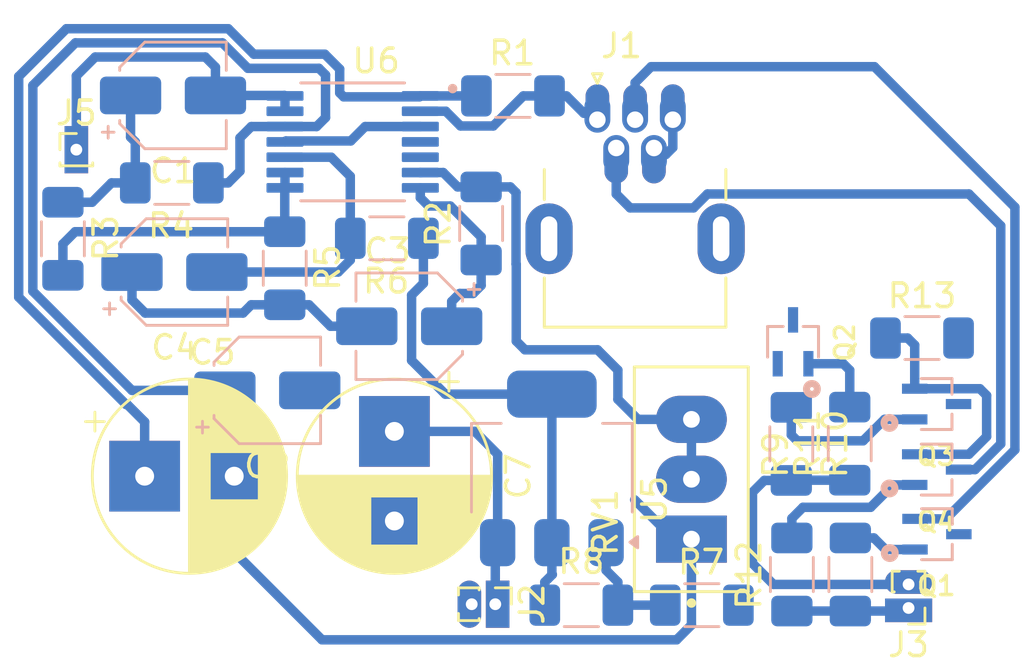
<source format=kicad_pcb>
(kicad_pcb (version 20240108) (generator "pcbnew") (generator_version "8.0")
  (layers (0 "F.Cu" signal) (31 "B.Cu" signal) (34 "B.Paste" user) (35 "F.Paste" user) (36 "B.SilkS" user "B.Silkscreen") (37 "F.SilkS" user "F.Silkscreen") (38 "B.Mask" user) (39 "F.Mask" user) (44 "Edge.Cuts" user))
  (net 0 "")
  (net 1 "/4IN-")
  (net 2 "Net-(C1-Pad1)")
  (net 3 "/4IN+")
  (net 4 "GND")
  (net 5 "Net-(C3-Pad2)")
  (net 6 "/2OUT")
  (net 7 "/3IN+")
  (net 8 "Net-(C5-Pad2)")
  (net 9 "/1OUT")
  (net 10 "/VCC")
  (net 11 "/USB3")
  (net 12 "/1IN-")
  (net 13 "/USB2")
  (net 14 "/P35")
  (net 15 "/P34")
  (net 16 "/2IN-")
  (net 17 "/3IN-")
  (net 18 "/2IN+")
  (net 19 "Net-(U5-ADJ)")
  (net 20 "Net-(Q1-B)")
  (net 21 "Net-(Q3-B)")
  (net 22 "Net-(Q2-B)")
  (net 23 "Net-(Q4-B)")
  (net 24 "Net-(Q3-E)")
  (footprint "Capacitor_THT:CP_Radial_D8.0mm_P3.80mm" (layer "F.Cu") (at 122.04 94.19 -90)
    (property "Reference" "C7" (at 1.9 -5.25 90) (layer "F.SilkS"))
    (property "Value" "1000u")
    (pad "1" thru_hole rect (at 0 0 270) (size 3 3) (drill 0.8) (layers "*.Cu" "*.Mask") (net 10 "/VCC"))
    (pad "2" thru_hole circle (at 3.8 0 270) (size 3 3) (drill 0.8) (layers "*.Cu" "*.Mask") (net 4 "GND"))
  )
  (footprint "Connector_PinHeader_1.00mm:PinHeader_1x01_P1.00mm_Vertical" (layer "F.Cu") (at 108.55 82.24)
    (property "Reference" "J5" (at 0 -1.56 0) (layer "F.SilkS"))
    (property "Value" "A0")
    (pad "1" thru_hole rect (at 0 0) (size 1 2) (drill 0.5) (layers "*.Cu" "*.Mask") (net 1 "/4IN-"))
  )
  (footprint "Footprints:miniUSB-B-20" (layer "F.Cu") (at 132.25 80.96925)
    (property "Reference" "J1" (at -0.575 -3.135 0) (layer "F.SilkS"))
    (property "Value" "USB_B_Mini")
    (pad "1" smd oval (at -1.6 -0.275) (size 1.1 1.65) (layers "B.Cu") (net 12 "/1IN-"))
    (pad "1" thru_hole oval (at -1.6 0) (size 1 2) (drill 0.7 (offset 0 -0.5)) (layers "*.Cu" "*.Mask") (net 12 "/1IN-"))
    (pad "2" thru_hole oval (at -0.8 1.2) (size 1 2) (drill 0.7 (offset 0 0.5)) (layers "*.Cu" "*.Mask") (net 11 "/USB3"))
    (pad "2" smd oval (at -0.8 1.475) (size 1.1 1.65) (layers "B.Cu") (net 11 "/USB3"))
    (pad "3" smd oval (at 0 -0.275) (size 1.1 1.65) (layers "B.Cu") (net 13 "/USB2"))
    (pad "3" thru_hole oval (at 0 0) (size 1 2) (drill 0.7 (offset 0 -0.5)) (layers "*.Cu" "*.Mask") (net 13 "/USB2"))
    (pad "4" thru_hole oval (at 0.8 1.2) (size 1 2) (drill 0.7 (offset 0 0.5)) (layers "*.Cu" "*.Mask") (net 4 "GND"))
    (pad "4" smd oval (at 0.8 1.475) (size 1.1 1.65) (layers "B.Cu") (net 4 "GND"))
    (pad "5" smd oval (at 1.6 -0.275) (size 1.1 1.65) (layers "B.Cu") (net 4 "GND"))
    (pad "5" thru_hole oval (at 1.6 0) (size 1 2) (drill 0.7 (offset 0 -0.5)) (layers "*.Cu" "*.Mask") (net 4 "GND"))
    (pad "6" thru_hole oval (at -3.65 5.05) (size 2 3) (drill oval 0.7 1.9) (layers "*.Cu") (net 4 "GND"))
    (pad "6" thru_hole oval (at 3.65 5.05) (size 2 3) (drill oval 0.7 1.9) (layers "*.Cu") (net 4 "GND"))
    (pad "S1" smd oval (at -3.65 5.05) (size 1.7 2.7) (layers "B.Cu"))
    (pad "S2" smd oval (at 3.65 5.05) (size 1.7 2.7) (layers "B.Cu"))
  )
  (footprint "Connector_PinHeader_1.00mm:PinHeader_1x02_P1.00mm_Vertical" (layer "F.Cu") (at 126.32 101.52 -90)
    (property "Reference" "J2" (at 0 -1.56 90) (layer "F.SilkS"))
    (property "Value" "Battery")
    (pad "1" thru_hole rect (at 0 0 270) (size 2 1) (drill 0.5 (offset 0 -0.1)) (layers "*.Cu" "*.Mask") (net 10 "/VCC"))
    (pad "2" thru_hole oval (at 0 1 270) (size 2 1) (drill 0.5 (offset 0 0.1)) (layers "*.Cu" "*.Mask") (net 4 "GND"))
  )
  (footprint "Footprints:TRIM_3296W-1-103" (layer "F.Cu") (at 134.64 96.22 90)
    (property "Reference" "RV1" (at -1.83284 -3.65058 90) (layer "F.SilkS") (effects (font (size 1.004283 1.004283))))
    (property "Value" "1k")
    (pad "1" thru_hole rect (at -2.54 0 90) (size 2 3) (drill 0.71) (layers "*.Cu" "*.Mask") (net 8 "Net-(C5-Pad2)"))
    (pad "2" thru_hole oval (at 0 0 90) (size 2 3) (drill 0.71) (layers "*.Cu" "*.Mask") (net 16 "/2IN-"))
    (pad "3" thru_hole oval (at 2.54 0 90) (size 2 3) (drill 0.71) (layers "*.Cu" "*.Mask") (net 16 "/2IN-"))
  )
  (footprint "Connector_PinHeader_1.00mm:PinHeader_1x02_P1.00mm_Vertical" (layer "F.Cu") (at 143.85 101.68 180)
    (property "Reference" "J3" (at 0 -1.56 0) (layer "F.SilkS"))
    (property "Value" "Pines_ESP32")
    (pad "1" thru_hole rect (at 0 0 180) (size 2 1) (drill 0.5 (offset 0 -0.1)) (layers "*.Cu" "*.Mask") (net 15 "/P34"))
    (pad "2" thru_hole oval (at 0 1 180) (size 2 1) (drill 0.5 (offset 0 0.1)) (layers "*.Cu" "*.Mask") (net 14 "/P35"))
  )
  (footprint "Capacitor_THT:CP_Radial_D8.0mm_P3.80mm" (layer "F.Cu") (at 111.447349 96.09)
    (property "Reference" "C5" (at 2.875 -5.25 0) (layer "F.SilkS"))
    (property "Value" "1000u")
    (pad "1" thru_hole rect (at 0 0) (size 3 3) (drill 0.8) (layers "*.Cu" "*.Mask") (net 9 "/1OUT"))
    (pad "2" thru_hole circle (at 3.8 0) (size 3 3) (drill 0.8) (layers "*.Cu" "*.Mask") (net 8 "Net-(C5-Pad2)"))
  )
  (footprint "Capacitor_SMD:CP_Elec_4x3" (layer "B.Cu") (at 116.65 92.45)
    (property "Reference" "C2" (at 0 3.2 0) (layer "F.SilkS"))
    (property "Value" "10u")
    (pad "1" smd roundrect (at -1.8 0) (size 2.6 1.6) (layers "B.Cu" "B.Paste" "B.Mask") (roundrect_rratio 0.15625) (net 3 "/4IN+"))
    (pad "2" smd roundrect (at 1.8 0) (size 2.6 1.6) (layers "B.Cu" "B.Paste" "B.Mask") (roundrect_rratio 0.15625) (net 4 "GND"))
  )
  (footprint "Footprints:opamp-TLV2374IPWR" (layer "B.Cu") (at 120.27 81.91 180)
    (property "Reference" "U6" (at -0.995322 3.435 0) (layer "F.SilkS"))
    (property "Value" "TLV2374IPWR")
    (pad "1" smd roundrect (at -2.87 1.95 180) (size 1.57 0.41) (layers "B.Cu" "B.Paste" "B.Mask") (roundrect_rratio 0.125) (net 9 "/1OUT"))
    (pad "2" smd roundrect (at -2.87 1.3 180) (size 1.57 0.41) (layers "B.Cu" "B.Paste" "B.Mask") (roundrect_rratio 0.125) (net 12 "/1IN-"))
    (pad "3" smd roundrect (at -2.87 0.65 180) (size 1.57 0.41) (layers "B.Cu" "B.Paste" "B.Mask") (roundrect_rratio 0.125) (net 4 "GND"))
    (pad "4" smd roundrect (at -2.87 0 180) (size 1.57 0.41) (layers "B.Cu" "B.Paste" "B.Mask") (roundrect_rratio 0.125) (net 10 "/VCC"))
    (pad "5" smd roundrect (at -2.87 -0.65 180) (size 1.57 0.41) (layers "B.Cu" "B.Paste" "B.Mask") (roundrect_rratio 0.125) (net 18 "/2IN+"))
    (pad "6" smd roundrect (at -2.87 -1.3 180) (size 1.57 0.41) (layers "B.Cu" "B.Paste" "B.Mask") (roundrect_rratio 0.125) (net 16 "/2IN-"))
    (pad "7" smd roundrect (at -2.87 -1.95 180) (size 1.57 0.41) (layers "B.Cu" "B.Paste" "B.Mask") (roundrect_rratio 0.125) (net 6 "/2OUT"))
    (pad "8" smd roundrect (at 2.87 -1.95 180) (size 1.57 0.41) (layers "B.Cu" "B.Paste" "B.Mask") (roundrect_rratio 0.125) (net 17 "/3IN-"))
    (pad "9" smd roundrect (at 2.87 -1.3 180) (size 1.57 0.41) (layers "B.Cu" "B.Paste" "B.Mask") (roundrect_rratio 0.125) (net 17 "/3IN-"))
    (pad "10" smd roundrect (at 2.87 -0.65 180) (size 1.57 0.41) (layers "B.Cu" "B.Paste" "B.Mask") (roundrect_rratio 0.125) (net 7 "/3IN+"))
    (pad "11" smd roundrect (at 2.87 0 180) (size 1.57 0.41) (layers "B.Cu" "B.Paste" "B.Mask") (roundrect_rratio 0.125) (net 4 "GND"))
    (pad "12" smd roundrect (at 2.87 0.65 180) (size 1.57 0.41) (layers "B.Cu" "B.Paste" "B.Mask") (roundrect_rratio 0.125) (net 3 "/4IN+"))
    (pad "13" smd roundrect (at 2.87 1.3 180) (size 1.57 0.41) (layers "B.Cu" "B.Paste" "B.Mask") (roundrect_rratio 0.125) (net 1 "/4IN-"))
    (pad "14" smd roundrect (at 2.87 1.95 180) (size 1.57 0.41) (layers "B.Cu" "B.Paste" "B.Mask") (roundrect_rratio 0.125) (net 1 "/4IN-"))
  )
  (footprint "Package_TO_SOT_SMD:SOT-223-3_TabPin2" (layer "B.Cu") (at 128.72 95.76 90)
    (property "Reference" "U5" (at -1.32 4.3525 90) (layer "F.SilkS"))
    (property "Value" "LM317EMP")
    (pad "1" smd roundrect (at -3.15 2.3 90) (size 2 1.5) (layers "B.Cu" "B.Paste" "B.Mask") (net 19 "Net-(U5-ADJ)"))
    (pad "2" smd roundrect (at -3.15 0 90) (size 2 1.5) (layers "B.Cu" "B.Paste" "B.Mask") (net 18 "/2IN+"))
    (pad "2" smd roundrect (at 3.15 0 90) (size 2 3.8) (layers "B.Cu" "B.Paste" "B.Mask") (net 18 "/2IN+"))
    (pad "3" smd roundrect (at -3.15 -2.3 90) (size 2 1.5) (layers "B.Cu" "B.Paste" "B.Mask") (net 10 "/VCC"))
  )
  (footprint "Resistor_SMD:R_1206_3216Metric_Pad1.30x1.75mm_HandSolder" (layer "B.Cu") (at 141.355 94.71 -90)
    (property "Reference" "R11" (at 0 1.790942 90) (layer "F.SilkS"))
    (property "Value" "56")
    (pad "1" smd roundrect (at -1.55 0 270) (size 1.3 1.75) (layers "B.Cu" "B.Paste" "B.Mask") (roundrect_rratio 0.192308) (net 22 "Net-(Q2-B)"))
    (pad "2" smd roundrect (at 1.55 0 270) (size 1.3 1.75) (layers "B.Cu" "B.Paste" "B.Mask") (roundrect_rratio 0.192308) (net 14 "/P35"))
  )
  (footprint "Capacitor_SMD:CP_Elec_4x3" (layer "B.Cu") (at 112.65 79.94)
    (property "Reference" "C1" (at 0 3.2 0) (layer "F.SilkS"))
    (property "Value" "10u")
    (pad "1" smd roundrect (at -1.8 0) (size 2.6 1.6) (layers "B.Cu" "B.Paste" "B.Mask") (roundrect_rratio 0.15625) (net 2 "Net-(C1-Pad1)"))
    (pad "2" smd roundrect (at 1.8 0) (size 2.6 1.6) (layers "B.Cu" "B.Paste" "B.Mask") (roundrect_rratio 0.15625) (net 1 "/4IN-"))
  )
  (footprint "Capacitor_SMD:CP_Elec_4x3" (layer "B.Cu") (at 122.67 89.73 180)
    (property "Reference" "C3" (at 0.921072 3.2 0) (layer "F.SilkS"))
    (property "Value" "10u")
    (pad "1" smd roundrect (at -1.8 0 180) (size 2.6 1.6) (layers "B.Cu" "B.Paste" "B.Mask") (roundrect_rratio 0.15625) (net 6 "/2OUT"))
    (pad "2" smd roundrect (at 1.8 0 180) (size 2.6 1.6) (layers "B.Cu" "B.Paste" "B.Mask") (roundrect_rratio 0.15625) (net 5 "Net-(C3-Pad2)"))
  )
  (footprint "Resistor_SMD:R_1206_3216Metric_Pad1.30x1.75mm_HandSolder" (layer "B.Cu") (at 121.72 86)
    (property "Reference" "R6" (at -0.029058 1.82 0) (layer "F.SilkS"))
    (property "Value" "150k")
    (pad "1" smd roundrect (at -1.55 0) (size 1.3 1.75) (layers "B.Cu" "B.Paste" "B.Mask") (roundrect_rratio 0.192308) (net 7 "/3IN+"))
    (pad "2" smd roundrect (at 1.55 0) (size 1.3 1.75) (layers "B.Cu" "B.Paste" "B.Mask") (roundrect_rratio 0.192308) (net 18 "/2IN+"))
  )
  (footprint "Footprints:BJT-NPN-SMD" (layer "B.Cu") (at 145.04 93.03)
    (property "Reference" "Q3" (at -0.027028 2.19475 0) (layer "F.SilkS") (effects (font (size 0.804031 0.804031))))
    (property "Value" "2N3055" (hide yes))
    (pad "1" smd rect (at -0.93 0.65) (size 1.08 0.43) (layers "B.Cu" "B.Paste" "B.Mask") (net 21 "Net-(Q3-B)"))
    (pad "2" smd rect (at -0.93 -0.65) (size 1.08 0.43) (layers "B.Cu" "B.Paste" "B.Mask") (net 24 "Net-(Q3-E)"))
    (pad "3" smd rect (at 0.93 0) (size 1.08 0.43) (layers "B.Cu" "B.Paste" "B.Mask") (net 13 "/USB2"))
  )
  (footprint "Resistor_SMD:R_1206_3216Metric_Pad1.30x1.75mm_HandSolder" (layer "B.Cu") (at 127.07 79.96 180)
    (property "Reference" "R1" (at 0.029058 1.82 0) (layer "F.SilkS"))
    (property "Value" "390k")
    (pad "1" smd roundrect (at -1.55 0 180) (size 1.3 1.75) (layers "B.Cu" "B.Paste" "B.Mask") (roundrect_rratio 0.192308) (net 12 "/1IN-"))
    (pad "2" smd roundrect (at 1.55 0 180) (size 1.3 1.75) (layers "B.Cu" "B.Paste" "B.Mask") (roundrect_rratio 0.192308) (net 9 "/1OUT"))
  )
  (footprint "Footprints:BJT-NPN-SMD" (layer "B.Cu") (at 145.0525 98.55)
    (property "Reference" "Q1" (at -0.027028 2.19475 0) (layer "F.SilkS") (effects (font (size 0.804031 0.804031))))
    (property "Value" "2N3055" (hide yes))
    (pad "1" smd rect (at -0.93 0.65) (size 1.08 0.43) (layers "B.Cu" "B.Paste" "B.Mask") (net 20 "Net-(Q1-B)"))
    (pad "2" smd rect (at -0.93 -0.65) (size 1.08 0.43) (layers "B.Cu" "B.Paste" "B.Mask") (net 13 "/USB2"))
    (pad "3" smd rect (at 0.93 0) (size 1.08 0.43) (layers "B.Cu" "B.Paste" "B.Mask") (net 10 "/VCC"))
  )
  (footprint "Resistor_SMD:R_1206_3216Metric_Pad1.30x1.75mm_HandSolder" (layer "B.Cu") (at 135.08 101.56 180)
    (property "Reference" "R7" (at 0.029058 1.82 0) (layer "F.SilkS"))
    (property "Value" "100")
    (pad "1" smd roundrect (at -1.55 0 180) (size 1.3 1.75) (layers "B.Cu" "B.Paste" "B.Mask") (roundrect_rratio 0.192308) (net 4 "GND"))
    (pad "2" smd roundrect (at 1.55 0 180) (size 1.3 1.75) (layers "B.Cu" "B.Paste" "B.Mask") (roundrect_rratio 0.192308) (net 19 "Net-(U5-ADJ)"))
  )
  (footprint "Resistor_SMD:R_1206_3216Metric_Pad1.30x1.75mm_HandSolder" (layer "B.Cu") (at 138.875 94.72 90)
    (property "Reference" "R10" (at 0 1.849058 90) (layer "F.SilkS"))
    (property "Value" "270")
    (pad "1" smd roundrect (at -1.55 0 90) (size 1.3 1.75) (layers "B.Cu" "B.Paste" "B.Mask") (roundrect_rratio 0.192308) (net 14 "/P35"))
    (pad "2" smd roundrect (at 1.55 0 90) (size 1.3 1.75) (layers "B.Cu" "B.Paste" "B.Mask") (roundrect_rratio 0.192308) (net 21 "Net-(Q3-B)"))
  )
  (footprint "Resistor_SMD:R_1206_3216Metric_Pad1.30x1.75mm_HandSolder" (layer "B.Cu") (at 117.39 87.27 90)
    (property "Reference" "R5" (at 0.029058 1.82 90) (layer "F.SilkS"))
    (property "Value" "150k")
    (pad "1" smd roundrect (at -1.55 0 90) (size 1.3 1.75) (layers "B.Cu" "B.Paste" "B.Mask") (roundrect_rratio 0.192308) (net 5 "Net-(C3-Pad2)"))
    (pad "2" smd roundrect (at 1.55 0 90) (size 1.3 1.75) (layers "B.Cu" "B.Paste" "B.Mask") (roundrect_rratio 0.192308) (net 17 "/3IN-"))
  )
  (footprint "Resistor_SMD:R_1206_3216Metric_Pad1.30x1.75mm_HandSolder" (layer "B.Cu") (at 129.97 101.56 180)
    (property "Reference" "R8" (at 0 1.849058 0) (layer "F.SilkS"))
    (property "Value" "100")
    (pad "1" smd roundrect (at -1.55 0 180) (size 1.3 1.75) (layers "B.Cu" "B.Paste" "B.Mask") (roundrect_rratio 0.192308) (net 19 "Net-(U5-ADJ)"))
    (pad "2" smd roundrect (at 1.55 0 180) (size 1.3 1.75) (layers "B.Cu" "B.Paste" "B.Mask") (roundrect_rratio 0.192308) (net 18 "/2IN+"))
  )
  (footprint "Resistor_SMD:R_1206_3216Metric_Pad1.30x1.75mm_HandSolder" (layer "B.Cu") (at 112.6 83.65)
    (property "Reference" "R4" (at -0.029058 1.82 0) (layer "F.SilkS"))
    (property "Value" "1.5k")
    (pad "1" smd roundrect (at -1.55 0) (size 1.3 1.75) (layers "B.Cu" "B.Paste" "B.Mask") (roundrect_rratio 0.192308) (net 2 "Net-(C1-Pad1)"))
    (pad "2" smd roundrect (at 1.55 0) (size 1.3 1.75) (layers "B.Cu" "B.Paste" "B.Mask") (roundrect_rratio 0.192308) (net 3 "/4IN+"))
  )
  (footprint "Resistor_SMD:R_1206_3216Metric_Pad1.30x1.75mm_HandSolder" (layer "B.Cu") (at 141.38 100.26 90)
    (property "Reference" "R9" (at 5.080942 -3.17 90) (layer "F.SilkS"))
    (property "Value" "56")
    (pad "1" smd roundrect (at -1.55 0 90) (size 1.3 1.75) (layers "B.Cu" "B.Paste" "B.Mask") (roundrect_rratio 0.192308) (net 15 "/P34"))
    (pad "2" smd roundrect (at 1.55 0 90) (size 1.3 1.75) (layers "B.Cu" "B.Paste" "B.Mask") (roundrect_rratio 0.192308) (net 20 "Net-(Q1-B)"))
  )
  (footprint "Footprints:BJT-NPN-SMD" (layer "B.Cu") (at 145.04 95.81)
    (property "Reference" "Q4" (at -0.027028 2.19475 0) (layer "F.SilkS") (effects (font (size 0.804031 0.804031))))
    (property "Value" "2N3055" (hide yes))
    (pad "1" smd rect (at -0.93 0.65) (size 1.08 0.43) (layers "B.Cu" "B.Paste" "B.Mask") (net 23 "Net-(Q4-B)"))
    (pad "2" smd rect (at -0.93 -0.65) (size 1.08 0.43) (layers "B.Cu" "B.Paste" "B.Mask") (net 24 "Net-(Q3-E)"))
    (pad "3" smd rect (at 0.93 0) (size 1.08 0.43) (layers "B.Cu" "B.Paste" "B.Mask") (net 11 "/USB3"))
  )
  (footprint "Resistor_SMD:R_1206_3216Metric_Pad1.30x1.75mm_HandSolder" (layer "B.Cu") (at 125.72 85.37 -90)
    (property "Reference" "R2" (at 0.029058 1.82 90) (layer "F.SilkS"))
    (property "Value" "18k")
    (pad "1" smd roundrect (at -1.55 0 270) (size 1.3 1.75) (layers "B.Cu" "B.Paste" "B.Mask") (roundrect_rratio 0.192308) (net 16 "/2IN-"))
    (pad "2" smd roundrect (at 1.55 0 270) (size 1.3 1.75) (layers "B.Cu" "B.Paste" "B.Mask") (roundrect_rratio 0.192308) (net 6 "/2OUT"))
  )
  (footprint "Resistor_SMD:R_1206_3216Metric_Pad1.30x1.75mm_HandSolder" (layer "B.Cu") (at 138.9 100.26 -90)
    (property "Reference" "R12" (at 0.029058 1.82 90) (layer "F.SilkS"))
    (property "Value" "270")
    (pad "1" smd roundrect (at -1.55 0 270) (size 1.3 1.75) (layers "B.Cu" "B.Paste" "B.Mask") (roundrect_rratio 0.192308) (net 23 "Net-(Q4-B)"))
    (pad "2" smd roundrect (at 1.55 0 270) (size 1.3 1.75) (layers "B.Cu" "B.Paste" "B.Mask") (roundrect_rratio 0.192308) (net 15 "/P34"))
  )
  (footprint "Footprints:BJT-NPN-SMD" (layer "B.Cu") (at 138.95 90.39 90)
    (property "Reference" "Q2" (at -0.027028 2.19475 90) (layer "F.SilkS") (effects (font (size 0.804031 0.804031))))
    (property "Value" "2N3055" (hide yes))
    (pad "1" smd rect (at -0.93 0.65 90) (size 1.08 0.43) (layers "B.Cu" "B.Paste" "B.Mask") (net 22 "Net-(Q2-B)"))
    (pad "2" smd rect (at -0.93 -0.65 90) (size 1.08 0.43) (layers "B.Cu" "B.Paste" "B.Mask") (net 11 "/USB3"))
    (pad "3" smd rect (at 0.93 0 90) (size 1.08 0.43) (layers "B.Cu" "B.Paste" "B.Mask") (net 10 "/VCC"))
  )
  (footprint "Resistor_SMD:R_1206_3216Metric_Pad1.30x1.75mm_HandSolder" (layer "B.Cu") (at 144.42 90.23 180)
    (property "Reference" "R13" (at 0 1.790942 0) (layer "F.SilkS"))
    (property "Value" "120")
    (pad "1" smd roundrect (at -1.55 0 180) (size 1.3 1.75) (layers "B.Cu" "B.Paste" "B.Mask") (roundrect_rratio 0.192308) (net 4 "GND"))
    (pad "2" smd roundrect (at 1.55 0 180) (size 1.3 1.75) (layers "B.Cu" "B.Paste" "B.Mask") (roundrect_rratio 0.192308) (net 24 "Net-(Q3-E)"))
  )
  (footprint "Capacitor_SMD:CP_Elec_4x3" (layer "B.Cu") (at 112.71 87.43)
    (property "Reference" "C4" (at 0 3.2 0) (layer "F.SilkS"))
    (property "Value" "10u")
    (pad "1" smd roundrect (at -1.8 0) (size 2.6 1.6) (layers "B.Cu" "B.Paste" "B.Mask") (roundrect_rratio 0.15625) (net 5 "Net-(C3-Pad2)"))
    (pad "2" smd roundrect (at 1.8 0) (size 2.6 1.6) (layers "B.Cu" "B.Paste" "B.Mask") (roundrect_rratio 0.15625) (net 7 "/3IN+"))
  )
  (footprint "Resistor_SMD:R_1206_3216Metric_Pad1.30x1.75mm_HandSolder" (layer "B.Cu") (at 107.98 86.02 90)
    (property "Reference" "R3" (at 0.029058 1.82 90) (layer "F.SilkS"))
    (property "Value" "1.5k")
    (pad "1" smd roundrect (at -1.55 0 90) (size 1.3 1.75) (layers "B.Cu" "B.Paste" "B.Mask") (roundrect_rratio 0.192308) (net 17 "/3IN-"))
    (pad "2" smd roundrect (at 1.55 0 90) (size 1.3 1.75) (layers "B.Cu" "B.Paste" "B.Mask") (roundrect_rratio 0.192308) (net 2 "Net-(C1-Pad1)"))
  )
  (segment (start 114.45 78.74) (end 114.45 79.94) (width 0.4) (layer "B.Cu") (net 1))
  (segment (start 108.55 82.24) (end 108.55 79.11) (width 0.4) (layer "B.Cu") (net 1))
  (segment (start 117.4 79.96) (end 117.4 80.61) (width 0.4) (layer "B.Cu") (net 1))
  (segment (start 108.55 79.11) (end 109.35 78.31) (width 0.4) (layer "B.Cu") (net 1))
  (segment (start 114.02 78.31) (end 114.45 78.74) (width 0.4) (layer "B.Cu") (net 1))
  (segment (start 109.35 78.31) (end 114.02 78.31) (width 0.4) (layer "B.Cu") (net 1))
  (segment (start 117.38 79.94) (end 117.4 79.96) (width 0.4) (layer "B.Cu") (net 1))
  (segment (start 114.45 79.94) (end 117.38 79.94) (width 0.4) (layer "B.Cu") (net 1))
  (segment (start 110.85 79.94) (end 110.85 81.71) (width 0.4) (layer "B.Cu") (net 2))
  (segment (start 111.05 81.91) (end 111.05 83.65) (width 0.4) (layer "B.Cu") (net 2))
  (segment (start 107.98 84.47) (end 109.22 84.47) (width 0.4) (layer "B.Cu") (net 2))
  (segment (start 110.04 83.65) (end 111.05 83.65) (width 0.4) (layer "B.Cu") (net 2))
  (segment (start 109.22 84.47) (end 110.04 83.65) (width 0.4) (layer "B.Cu") (net 2))
  (segment (start 110.85 81.71) (end 111.05 81.91) (width 0.4) (layer "B.Cu") (net 2))
  (segment (start 114.99 83.65) (end 115.49 83.15) (width 0.4) (layer "B.Cu") (net 3))
  (segment (start 110.908834 92.45) (end 106.705 88.246166) (width 0.4) (layer "B.Cu") (net 3))
  (segment (start 119.12 80.88) (end 118.74 81.26) (width 0.4) (layer "B.Cu") (net 3))
  (segment (start 115.826166 78.79) (end 118.84 78.79) (width 0.4) (layer "B.Cu") (net 3))
  (segment (start 115.49 83.15) (end 115.49 81.74) (width 0.4) (layer "B.Cu") (net 3))
  (segment (start 118.84 78.79) (end 119.12 79.07) (width 0.4) (layer "B.Cu") (net 3))
  (segment (start 119.12 79.07) (end 119.12 80.88) (width 0.4) (layer "B.Cu") (net 3))
  (segment (start 118.74 81.26) (end 117.4 81.26) (width 0.4) (layer "B.Cu") (net 3))
  (segment (start 114.746166 77.71) (end 115.826166 78.79) (width 0.4) (layer "B.Cu") (net 3))
  (segment (start 115.49 81.74) (end 115.97 81.26) (width 0.4) (layer "B.Cu") (net 3))
  (segment (start 114.85 92.45) (end 110.908834 92.45) (width 0.4) (layer "B.Cu") (net 3))
  (segment (start 115.97 81.26) (end 117.4 81.26) (width 0.4) (layer "B.Cu") (net 3))
  (segment (start 114.15 83.65) (end 114.99 83.65) (width 0.4) (layer "B.Cu") (net 3))
  (segment (start 106.705 79.515) (end 108.51 77.71) (width 0.4) (layer "B.Cu") (net 3))
  (segment (start 106.705 88.246166) (end 106.705 79.515) (width 0.4) (layer "B.Cu") (net 3))
  (segment (start 108.51 77.71) (end 114.746166 77.71) (width 0.4) (layer "B.Cu") (net 3))
  (segment (start 120.8 81.26) (end 123.14 81.26) (width 0.4) (layer "B.Cu") (net 4))
  (segment (start 133.55575 82.44425) (end 133.85 82.15) (width 0.4) (layer "B.Cu") (net 4))
  (segment (start 133.05 82.44425) (end 133.55575 82.44425) (width 0.4) (layer "B.Cu") (net 4))
  (segment (start 117.44 81.87) (end 120.19 81.87) (width 0.4) (layer "B.Cu") (net 4))
  (segment (start 133.85 82.15) (end 133.85 80.69425) (width 0.4) (layer "B.Cu") (net 4))
  (segment (start 117.4 81.91) (end 117.44 81.87) (width 0.4) (layer "B.Cu") (net 4))
  (segment (start 120.19 81.87) (end 120.8 81.26) (width 0.4) (layer "B.Cu") (net 4))
  (segment (start 115.97 88.82) (end 117.39 88.82) (width 0.4) (layer "B.Cu") (net 5))
  (segment (start 118.42 88.82) (end 119.33 89.73) (width 0.4) (layer "B.Cu") (net 5))
  (segment (start 111.47 89.17) (end 115.62 89.17) (width 0.4) (layer "B.Cu") (net 5))
  (segment (start 115.62 89.17) (end 115.97 88.82) (width 0.4) (layer "B.Cu") (net 5))
  (segment (start 110.91 87.43) (end 110.91 88.61) (width 0.4) (layer "B.Cu") (net 5))
  (segment (start 119.33 89.73) (end 120.87 89.73) (width 0.4) (layer "B.Cu") (net 5))
  (segment (start 110.91 88.61) (end 111.47 89.17) (width 0.4) (layer "B.Cu") (net 5))
  (segment (start 117.39 88.82) (end 118.42 88.82) (width 0.4) (layer "B.Cu") (net 5))
  (segment (start 125.38 88.34) (end 125.72 88) (width 0.4) (layer "B.Cu") (net 6))
  (segment (start 124.81 88.34) (end 125.38 88.34) (width 0.4) (layer "B.Cu") (net 6))
  (segment (start 124.41 84.63) (end 125.72 85.94) (width 0.4) (layer "B.Cu") (net 6))
  (segment (start 125.72 85.94) (end 125.72 86.92) (width 0.4) (layer "B.Cu") (net 6))
  (segment (start 124.47 88.68) (end 124.81 88.34) (width 0.4) (layer "B.Cu") (net 6))
  (segment (start 123.14 84.28) (end 123.49 84.63) (width 0.4) (layer "B.Cu") (net 6))
  (segment (start 123.14 83.86) (end 123.14 84.28) (width 0.4) (layer "B.Cu") (net 6))
  (segment (start 124.47 89.73) (end 124.47 88.68) (width 0.4) (layer "B.Cu") (net 6))
  (segment (start 123.49 84.63) (end 124.41 84.63) (width 0.4) (layer "B.Cu") (net 6))
  (segment (start 125.72 88) (end 125.72 86.92) (width 0.4) (layer "B.Cu") (net 6))
  (segment (start 120.17 86) (end 120.17 86.92) (width 0.4) (layer "B.Cu") (net 7))
  (segment (start 120.17 83.37) (end 120.17 86) (width 0.4) (layer "B.Cu") (net 7))
  (segment (start 117.4 82.56) (end 119.36 82.56) (width 0.4) (layer "B.Cu") (net 7))
  (segment (start 119.66 87.43) (end 114.51 87.43) (width 0.4) (layer "B.Cu") (net 7))
  (segment (start 119.36 82.56) (end 120.17 83.37) (width 0.4) (layer "B.Cu") (net 7))
  (segment (start 120.17 86.92) (end 119.66 87.43) (width 0.4) (layer "B.Cu") (net 7))
  (segment (start 134.64 98.76) (end 133.9 98.76) (width 0.4) (layer "B.Cu") (net 8))
  (segment (start 115.247349 99.307349) (end 115.247349 96.09) (width 0.4) (layer "B.Cu") (net 8))
  (segment (start 133.9 98.76) (end 132.23 97.09) (width 0.4) (layer "B.Cu") (net 8))
  (segment (start 134.011166 103.03) (end 118.97 103.03) (width 0.4) (layer "B.Cu") (net 8))
  (segment (start 118.97 103.03) (end 115.247349 99.307349) (width 0.4) (layer "B.Cu") (net 8))
  (segment (start 134.64 102.401166) (end 134.011166 103.03) (width 0.4) (layer "B.Cu") (net 8))
  (segment (start 134.64 98.76) (end 134.64 102.401166) (width 0.4) (layer "B.Cu") (net 8))
  (segment (start 110.660306 93.05) (end 106.105 88.494694) (width 0.4) (layer "B.Cu") (net 9))
  (segment (start 116.074694 78.19) (end 119.088528 78.19) (width 0.4) (layer "B.Cu") (net 9))
  (segment (start 119.89 80) (end 123.1 80) (width 0.4) (layer "B.Cu") (net 9))
  (segment (start 119.72 79.83) (end 119.89 80) (width 0.4) (layer "B.Cu") (net 9))
  (segment (start 119.088528 78.19) (end 119.72 78.821472) (width 0.4) (layer "B.Cu") (net 9))
  (segment (start 106.105 79.135) (end 108.13 77.11) (width 0.4) (layer "B.Cu") (net 9))
  (segment (start 111.447349 96.09) (end 111.447349 93.787349) (width 0.4) (layer "B.Cu") (net 9))
  (segment (start 123.14 79.96) (end 125.52 79.96) (width 0.4) (layer "B.Cu") (net 9))
  (segment (start 119.72 78.821472) (end 119.72 79.83) (width 0.4) (layer "B.Cu") (net 9))
  (segment (start 111.447349 93.787349) (end 110.71 93.05) (width 0.4) (layer "B.Cu") (net 9))
  (segment (start 114.994694 77.11) (end 116.074694 78.19) (width 0.4) (layer "B.Cu") (net 9))
  (segment (start 110.71 93.05) (end 110.660306 93.05) (width 0.4) (layer "B.Cu") (net 9))
  (segment (start 106.105 88.494694) (end 106.105 79.135) (width 0.4) (layer "B.Cu") (net 9))
  (segment (start 108.13 77.11) (end 114.994694 77.11) (width 0.4) (layer "B.Cu") (net 9))
  (segment (start 123.1 80) (end 123.14 79.96) (width 0.4) (layer "B.Cu") (net 9))
  (segment (start 126.32 101.52) (end 126.32 99.01) (width 0.4) (layer "B.Cu") (net 10))
  (segment (start 125.45 94.19) (end 126.42 95.16) (width 0.4) (layer "B.Cu") (net 10))
  (segment (start 122.04 94.19) (end 125.45 94.19) (width 0.4) (layer "B.Cu") (net 10))
  (segment (start 126.32 99.01) (end 126.42 98.91) (width 0.4) (layer "B.Cu") (net 10))
  (segment (start 126.42 95.16) (end 126.42 98.91) (width 0.4) (layer "B.Cu") (net 10))
  (segment (start 131.42575 82.42) (end 131.45 82.44425) (width 0.4) (layer "B.Cu") (net 11))
  (segment (start 132.04 84.71) (end 134.729351 84.71) (width 0.4) (layer "B.Cu") (net 11))
  (segment (start 147.76 85.47) (end 147.76 94.72) (width 0.4) (layer "B.Cu") (net 11))
  (segment (start 146.67 95.81) (end 145.97 95.81) (width 0.4) (layer "B.Cu") (net 11))
  (segment (start 135.320101 84.11925) (end 146.40925 84.11925) (width 0.4) (layer "B.Cu") (net 11))
  (segment (start 147.76 94.72) (end 146.67 95.81) (width 0.4) (layer "B.Cu") (net 11))
  (segment (start 146.40925 84.11925) (end 147.76 85.47) (width 0.4) (layer "B.Cu") (net 11))
  (segment (start 134.729351 84.71) (end 135.320101 84.11925) (width 0.4) (layer "B.Cu") (net 11))
  (segment (start 131.45 84.12) (end 132.04 84.71) (width 0.4) (layer "B.Cu") (net 11))
  (segment (start 131.45 82.44425) (end 131.45 84.12) (width 0.4) (layer "B.Cu") (net 11))
  (segment (start 123.14 80.61) (end 124.218834 80.61) (width 0.4) (layer "B.Cu") (net 12))
  (segment (start 126.235 81.235) (end 127.51 79.96) (width 0.4) (layer "B.Cu") (net 12))
  (segment (start 129.34 79.96) (end 130.07425 80.69425) (width 0.4) (layer "B.Cu") (net 12))
  (segment (start 128.62 79.96) (end 129.34 79.96) (width 0.4) (layer "B.Cu") (net 12))
  (segment (start 124.218834 80.61) (end 124.843834 81.235) (width 0.4) (layer "B.Cu") (net 12))
  (segment (start 124.843834 81.235) (end 126.235 81.235) (width 0.4) (layer "B.Cu") (net 12))
  (segment (start 127.51 79.96) (end 128.62 79.96) (width 0.4) (layer "B.Cu") (net 12))
  (segment (start 130.29075 80.61) (end 130.65 80.96925) (width 0.4) (layer "B.Cu") (net 12))
  (segment (start 130.07425 80.69425) (end 130.65 80.69425) (width 0.4) (layer "B.Cu") (net 12))
  (segment (start 145.428528 97.9) (end 148.36 94.968528) (width 0.4) (layer "B.Cu") (net 13))
  (segment (start 148.36 94.968528) (end 148.36 84.68) (width 0.4) (layer "B.Cu") (net 13))
  (segment (start 142.4 78.72) (end 132.93 78.72) (width 0.4) (layer "B.Cu") (net 13))
  (segment (start 132.25 79.4) (end 132.25 80.96925) (width 0.4) (layer "B.Cu") (net 13))
  (segment (start 132.93 78.72) (end 132.25 79.4) (width 0.4) (layer "B.Cu") (net 13))
  (segment (start 148.36 84.68) (end 142.4 78.72) (width 0.4) (layer "B.Cu") (net 13))
  (segment (start 144.1225 97.9) (end 145.428528 97.9) (width 0.4) (layer "B.Cu") (net 13))
  (segment (start 137.73 96.27) (end 138.875 96.27) (width 0.4) (layer "B.Cu") (net 14))
  (segment (start 138.12 100.68) (end 137.23 99.79) (width 0.4) (layer "B.Cu") (net 14))
  (segment (start 141.355 96.26) (end 138.885 96.26) (width 0.4) (layer "B.Cu") (net 14))
  (segment (start 143.85 100.68) (end 138.12 100.68) (width 0.4) (layer "B.Cu") (net 14))
  (segment (start 137.23 96.77) (end 137.73 96.27) (width 0.4) (layer "B.Cu") (net 14))
  (segment (start 137.23 99.79) (end 137.23 96.77) (width 0.4) (layer "B.Cu") (net 14))
  (segment (start 143.72 101.81) (end 143.85 101.68) (width 0.4) (layer "B.Cu") (net 15))
  (segment (start 138.9 101.81) (end 141.38 101.81) (width 0.4) (layer "B.Cu") (net 15))
  (segment (start 141.38 101.81) (end 143.72 101.81) (width 0.4) (layer "B.Cu") (net 15))
  (segment (start 127.58 90.73) (end 130.66 90.73) (width 0.4) (layer "B.Cu") (net 16))
  (segment (start 131.52 91.59) (end 131.52 92.83) (width 0.4) (layer "B.Cu") (net 16))
  (segment (start 127.2 87.099149) (end 127.21 87.109149) (width 0.4) (layer "B.Cu") (net 16))
  (segment (start 127.2 84.06) (end 127.2 87.099149) (width 0.4) (layer "B.Cu") (net 16))
  (segment (start 132.37 93.68) (end 134.64 93.68) (width 0.4) (layer "B.Cu") (net 16))
  (segment (start 126.96 83.82) (end 127.2 84.06) (width 0.4) (layer "B.Cu") (net 16))
  (segment (start 123.14 83.21) (end 124.11 83.21) (width 0.4) (layer "B.Cu") (net 16))
  (segment (start 130.66 90.73) (end 131.52 91.59) (width 0.4) (layer "B.Cu") (net 16))
  (segment (start 124.72 83.82) (end 125.72 83.82) (width 0.4) (layer "B.Cu") (net 16))
  (segment (start 125.72 83.82) (end 126.96 83.82) (width 0.4) (layer "B.Cu") (net 16))
  (segment (start 127.21 87.109149) (end 127.21 90.36) (width 0.4) (layer "B.Cu") (net 16))
  (segment (start 124.11 83.21) (end 124.72 83.82) (width 0.4) (layer "B.Cu") (net 16))
  (segment (start 123.15 83.22) (end 123.14 83.21) (width 0.4) (layer "B.Cu") (net 16))
  (segment (start 134.64 93.68) (end 134.64 96.22) (width 0.4) (layer "B.Cu") (net 16))
  (segment (start 127.21 90.36) (end 127.58 90.73) (width 0.4) (layer "B.Cu") (net 16))
  (segment (start 131.52 92.83) (end 132.37 93.68) (width 0.4) (layer "B.Cu") (net 16))
  (segment (start 117.39 85.72) (end 117.39 83.87) (width 0.4) (layer "B.Cu") (net 17))
  (segment (start 117.4 83.86) (end 117.4 83.21) (width 0.4) (layer "B.Cu") (net 17))
  (segment (start 108.5 85.72) (end 117.39 85.72) (width 0.4) (layer "B.Cu") (net 17))
  (segment (start 107.98 87.57) (end 107.98 86.24) (width 0.4) (layer "B.Cu") (net 17))
  (segment (start 117.39 83.87) (end 117.4 83.86) (width 0.4) (layer "B.Cu") (net 17))
  (segment (start 107.98 86.24) (end 108.5 85.72) (width 0.4) (layer "B.Cu") (net 17))
  (segment (start 128.72 100.24) (end 128.72 98.91) (width 0.4) (layer "B.Cu") (net 18))
  (segment (start 122.77 91.18) (end 124.2 92.61) (width 0.4) (layer "B.Cu") (net 18))
  (segment (start 122.77 88.41) (end 122.77 91.18) (width 0.4) (layer "B.Cu") (net 18))
  (segment (start 124.2 92.61) (end 128.72 92.61) (width 0.4) (layer "B.Cu") (net 18))
  (segment (start 128.42 101.56) (end 128.42 100.58) (width 0.4) (layer "B.Cu") (net 18))
  (segment (start 128.42 100.58) (end 128.74 100.26) (width 0.4) (layer "B.Cu") (net 18))
  (segment (start 123.27 87.91) (end 122.77 88.41) (width 0.4) (layer "B.Cu") (net 18))
  (segment (start 128.74 100.26) (end 128.72 100.24) (width 0.4) (layer "B.Cu") (net 18))
  (segment (start 128.72 92.61) (end 128.72 98.91) (width 0.4) (layer "B.Cu") (net 18))
  (segment (start 123.27 86) (end 123.27 87.91) (width 0.4) (layer "B.Cu") (net 18))
  (segment (start 131.52 101.56) (end 131.52 100.58) (width 0.4) (layer "B.Cu") (net 19))
  (segment (start 131.52 100.58) (end 131.02 100.08) (width 0.4) (layer "B.Cu") (net 19))
  (segment (start 131.02 100.08) (end 131.02 98.91) (width 0.4) (layer "B.Cu") (net 19))
  (segment (start 133.53 101.56) (end 131.52 101.56) (width 0.4) (layer "B.Cu") (net 19))
  (segment (start 141.38 98.71) (end 142.38 98.71) (width 0.4) (layer "B.Cu") (net 20))
  (segment (start 142.38 98.71) (end 142.87 99.2) (width 0.4) (layer "B.Cu") (net 20))
  (segment (start 142.87 99.2) (end 144.1225 99.2) (width 0.4) (layer "B.Cu") (net 20))
  (segment (start 142.83 93.68) (end 144.11 93.68) (width 0.4) (layer "B.Cu") (net 21))
  (segment (start 138.875 93.17) (end 138.875 94.335) (width 0.4) (layer "B.Cu") (net 21))
  (segment (start 138.875 94.335) (end 139.13 94.59) (width 0.4) (layer "B.Cu") (net 21))
  (segment (start 141.92 94.59) (end 142.83 93.68) (width 0.4) (layer "B.Cu") (net 21))
  (segment (start 139.13 94.59) (end 141.92 94.59) (width 0.4) (layer "B.Cu") (net 21))
  (segment (start 141.355 91.595) (end 141.355 93.16) (width 0.4) (layer "B.Cu") (net 22))
  (segment (start 141.08 91.32) (end 141.355 91.595) (width 0.4) (layer "B.Cu") (net 22))
  (segment (start 139.6 91.32) (end 141.08 91.32) (width 0.4) (layer "B.Cu") (net 22))
  (segment (start 138.9 98.71) (end 138.9 97.88) (width 0.4) (layer "B.Cu") (net 23))
  (segment (start 138.9 97.88) (end 139.37 97.41) (width 0.4) (layer "B.Cu") (net 23))
  (segment (start 143.19 96.46) (end 144.11 96.46) (width 0.4) (layer "B.Cu") (net 23))
  (segment (start 139.37 97.41) (end 142.24 97.41) (width 0.4) (layer "B.Cu") (net 23))
  (segment (start 142.24 97.41) (end 143.19 96.46) (width 0.4) (layer "B.Cu") (net 23))
  (segment (start 143.81 90.23) (end 144.11 90.53) (width 0.4) (layer "B.Cu") (net 24))
  (segment (start 147.16 94.41) (end 146.41 95.16) (width 0.4) (layer "B.Cu") (net 24))
  (segment (start 146.875 92.38) (end 147.16 92.665) (width 0.4) (layer "B.Cu") (net 24))
  (segment (start 146.41 95.16) (end 144.11 95.16) (width 0.4) (layer "B.Cu") (net 24))
  (segment (start 142.87 90.23) (end 143.81 90.23) (width 0.4) (layer "B.Cu") (net 24))
  (segment (start 144.11 92.38) (end 146.875 92.38) (width 0.4) (layer "B.Cu") (net 24))
  (segment (start 144.11 90.53) (end 144.11 92.38) (width 0.4) (layer "B.Cu") (net 24))
  (segment (start 147.16 92.665) (end 147.16 94.41) (width 0.4) (layer "B.Cu") (net 24))
)
</source>
